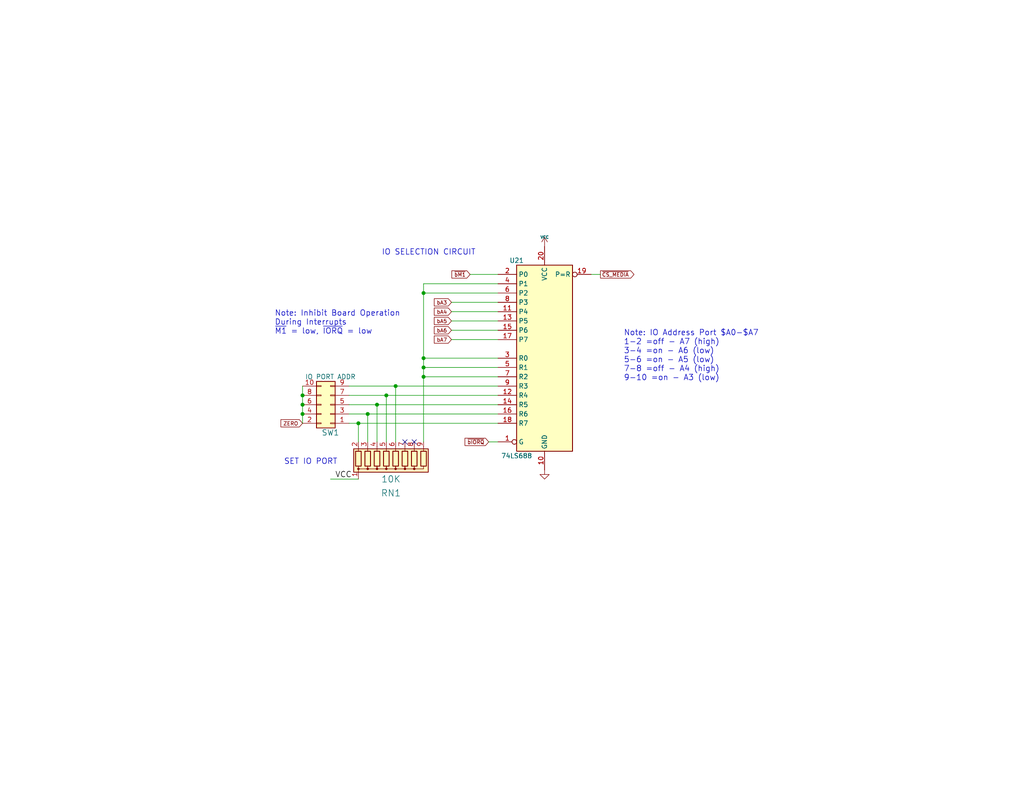
<source format=kicad_sch>
(kicad_sch (version 20211123) (generator eeschema)
  (paper "A")
  (lib_symbols
    (symbol "74xx:74LS688"
      (property "Reference" "U" (at -7.62 26.67 0))
      (property "Value" "74LS688" (at -7.62 -26.67 0))
      (symbol "74LS688_1_0"
        (pin input inverted (at -12.7 -22.86 0) (length 5.08) (name "G") (number "1"))
        (pin power_in line (at 0 -30.48 90) (length 5.08) (name "GND") (number "10"))
        (pin input line (at -12.7 12.7 0) (length 5.08) (name "P4") (number "11"))
        (pin input line (at -12.7 -10.16 0) (length 5.08) (name "R4") (number "12"))
        (pin input line (at -12.7 10.16 0) (length 5.08) (name "P5") (number "13"))
        (pin input line (at -12.7 -12.7 0) (length 5.08) (name "R5") (number "14"))
        (pin input line (at -12.7 7.62 0) (length 5.08) (name "P6") (number "15"))
        (pin input line (at -12.7 -15.24 0) (length 5.08) (name "R6") (number "16"))
        (pin input line (at -12.7 5.08 0) (length 5.08) (name "P7") (number "17"))
        (pin input line (at -12.7 -17.78 0) (length 5.08) (name "R7") (number "18"))
        (pin output inverted (at 12.7 22.86 180) (length 5.08) (name "P=R") (number "19"))
        (pin input line (at -12.7 22.86 0) (length 5.08) (name "P0") (number "2"))
        (pin power_in line (at 0 30.48 270) (length 5.08) (name "VCC") (number "20"))
        (pin input line (at -12.7 0 0) (length 5.08) (name "R0") (number "3"))
        (pin input line (at -12.7 20.32 0) (length 5.08) (name "P1") (number "4"))
        (pin input line (at -12.7 -2.54 0) (length 5.08) (name "R1") (number "5"))
        (pin input line (at -12.7 17.78 0) (length 5.08) (name "P2") (number "6"))
        (pin input line (at -12.7 -5.08 0) (length 5.08) (name "R2") (number "7"))
        (pin input line (at -12.7 15.24 0) (length 5.08) (name "P3") (number "8"))
        (pin input line (at -12.7 -7.62 0) (length 5.08) (name "R3") (number "9"))
      )
      (symbol "74LS688_1_1"
        (rectangle (start -7.62 25.4) (end 7.62 -25.4) (stroke (width 0.254)) (fill (type background)))
      )
    )
    (symbol "Connector_Generic:Conn_02x05_Odd_Even" (pin_names (offset 1.016) hide)
      (property "Reference" "J" (at 1.27 7.62 0))
      (property "Value" "Conn_02x05_Odd_Even" (at 1.27 -7.62 0))
      (symbol "Conn_02x05_Odd_Even_1_1"
        (rectangle (start -1.27 -4.953) (end 0 -5.207) (stroke (width 0.1524)))
        (rectangle (start -1.27 -2.413) (end 0 -2.667) (stroke (width 0.1524)))
        (rectangle (start -1.27 0.127) (end 0 -0.127) (stroke (width 0.1524)))
        (rectangle (start -1.27 2.667) (end 0 2.413) (stroke (width 0.1524)))
        (rectangle (start -1.27 5.207) (end 0 4.953) (stroke (width 0.1524)))
        (rectangle (start -1.27 6.35) (end 3.81 -6.35) (stroke (width 0.254)) (fill (type background)))
        (rectangle (start 3.81 -4.953) (end 2.54 -5.207) (stroke (width 0.1524)))
        (rectangle (start 3.81 -2.413) (end 2.54 -2.667) (stroke (width 0.1524)))
        (rectangle (start 3.81 0.127) (end 2.54 -0.127) (stroke (width 0.1524)))
        (rectangle (start 3.81 2.667) (end 2.54 2.413) (stroke (width 0.1524)))
        (rectangle (start 3.81 5.207) (end 2.54 4.953) (stroke (width 0.1524)))
        (pin passive line (at -5.08 5.08 0) (length 3.81) (name "Pin_1") (number "1"))
        (pin passive line (at 7.62 -5.08 180) (length 3.81) (name "Pin_10") (number "10"))
        (pin passive line (at 7.62 5.08 180) (length 3.81) (name "Pin_2") (number "2"))
        (pin passive line (at -5.08 2.54 0) (length 3.81) (name "Pin_3") (number "3"))
        (pin passive line (at 7.62 2.54 180) (length 3.81) (name "Pin_4") (number "4"))
        (pin passive line (at -5.08 0 0) (length 3.81) (name "Pin_5") (number "5"))
        (pin passive line (at 7.62 0 180) (length 3.81) (name "Pin_6") (number "6"))
        (pin passive line (at -5.08 -2.54 0) (length 3.81) (name "Pin_7") (number "7"))
        (pin passive line (at 7.62 -2.54 180) (length 3.81) (name "Pin_8") (number "8"))
        (pin passive line (at -5.08 -5.08 0) (length 3.81) (name "Pin_9") (number "9"))
      )
    )
    (symbol "Device:R_Network08" (pin_names (offset 0) hide)
      (property "Reference" "RN" (at -12.7 0 90))
      (property "Value" "R_Network08" (at 10.16 0 90))
      (symbol "R_Network08_0_1"
        (rectangle (start -11.43 -3.175) (end 8.89 3.175) (stroke (width 0.254)) (fill (type background)))
        (rectangle (start -10.922 1.524) (end -9.398 -2.54) (stroke (width 0.254)))
        (circle (center -10.16 2.286) (radius 0.254) (fill (type outline)))
        (rectangle (start -8.382 1.524) (end -6.858 -2.54) (stroke (width 0.254)))
        (circle (center -7.62 2.286) (radius 0.254) (fill (type outline)))
        (rectangle (start -5.842 1.524) (end -4.318 -2.54) (stroke (width 0.254)))
        (circle (center -5.08 2.286) (radius 0.254) (fill (type outline)))
        (rectangle (start -3.302 1.524) (end -1.778 -2.54) (stroke (width 0.254)))
        (circle (center -2.54 2.286) (radius 0.254) (fill (type outline)))
        (rectangle (start -0.762 1.524) (end 0.762 -2.54) (stroke (width 0.254)))
        (polyline (pts (xy -10.16 -2.54) (xy -10.16 -3.81)))
        (polyline (pts (xy -7.62 -2.54) (xy -7.62 -3.81)))
        (polyline (pts (xy -5.08 -2.54) (xy -5.08 -3.81)))
        (polyline (pts (xy -2.54 -2.54) (xy -2.54 -3.81)))
        (polyline (pts (xy 0 -2.54) (xy 0 -3.81)))
        (polyline (pts (xy 2.54 -2.54) (xy 2.54 -3.81)))
        (polyline (pts (xy 5.08 -2.54) (xy 5.08 -3.81)))
        (polyline (pts (xy 7.62 -2.54) (xy 7.62 -3.81)))
        (polyline (pts (xy -10.16 1.524) (xy -10.16 2.286) (xy -7.62 2.286) (xy -7.62 1.524)))
        (polyline (pts (xy -7.62 1.524) (xy -7.62 2.286) (xy -5.08 2.286) (xy -5.08 1.524)))
        (polyline (pts (xy -5.08 1.524) (xy -5.08 2.286) (xy -2.54 2.286) (xy -2.54 1.524)))
        (polyline (pts (xy -2.54 1.524) (xy -2.54 2.286) (xy 0 2.286) (xy 0 1.524)))
        (polyline (pts (xy 0 1.524) (xy 0 2.286) (xy 2.54 2.286) (xy 2.54 1.524)))
        (polyline (pts (xy 2.54 1.524) (xy 2.54 2.286) (xy 5.08 2.286) (xy 5.08 1.524)))
        (polyline (pts (xy 5.08 1.524) (xy 5.08 2.286) (xy 7.62 2.286) (xy 7.62 1.524)))
        (circle (center 0 2.286) (radius 0.254) (fill (type outline)))
        (rectangle (start 1.778 1.524) (end 3.302 -2.54) (stroke (width 0.254)))
        (circle (center 2.54 2.286) (radius 0.254) (fill (type outline)))
        (rectangle (start 4.318 1.524) (end 5.842 -2.54) (stroke (width 0.254)))
        (circle (center 5.08 2.286) (radius 0.254) (fill (type outline)))
        (rectangle (start 6.858 1.524) (end 8.382 -2.54) (stroke (width 0.254)))
      )
      (symbol "R_Network08_1_1"
        (pin passive line (at -10.16 5.08 270) (length 2.54) (name "common") (number "1"))
        (pin passive line (at -10.16 -5.08 90) (length 1.27) (name "R1") (number "2"))
        (pin passive line (at -7.62 -5.08 90) (length 1.27) (name "R2") (number "3"))
        (pin passive line (at -5.08 -5.08 90) (length 1.27) (name "R3") (number "4"))
        (pin passive line (at -2.54 -5.08 90) (length 1.27) (name "R4") (number "5"))
        (pin passive line (at 0 -5.08 90) (length 1.27) (name "R5") (number "6"))
        (pin passive line (at 2.54 -5.08 90) (length 1.27) (name "R6") (number "7"))
        (pin passive line (at 5.08 -5.08 90) (length 1.27) (name "R7") (number "8"))
        (pin passive line (at 7.62 -5.08 90) (length 1.27) (name "R8") (number "9"))
      )
    )
    (symbol "power:GND" (power) (pin_names (offset 0))
      (property "Value" "GND" (at 0 -3.81 0))
      (symbol "GND_0_1"
        (polyline (pts (xy 0 0) (xy 0 -1.27) (xy 1.27 -1.27) (xy 0 -2.54) (xy -1.27 -1.27) (xy 0 -1.27)))
      )
      (symbol "GND_1_1"
        (pin power_in line (at 0 0 270) (length 0) hide (name "GND") (number "1"))
      )
    )
    (symbol "power:VCC" (power) (pin_names (offset 0))
      (property "Value" "VCC" (at 0 3.81 0))
      (symbol "VCC_0_1"
        (polyline (pts (xy -0.762 1.27) (xy 0 2.54)))
        (polyline (pts (xy 0 0) (xy 0 2.54)))
        (polyline (pts (xy 0 2.54) (xy 0.762 1.27)))
      )
      (symbol "VCC_1_1"
        (pin power_in line (at 0 0 90) (length 0) hide (name "VCC") (number "1"))
      )
    )
  )
  (junction (at 82.55 107.95))
  (junction (at 82.55 113.03))
  (junction (at 115.57 100.33))
  (junction (at 100.33 113.03))
  (junction (at 107.95 105.41))
  (junction (at 115.57 97.79))
  (junction (at 102.87 110.49))
  (junction (at 97.79 115.57))
  (junction (at 82.55 110.49))
  (junction (at 115.57 102.87))
  (junction (at 115.57 80.01))
  (junction (at 105.41 107.95))
  (no_connect (at 110.49 120.65))
  (no_connect (at 113.03 120.65))
  (wire (pts (xy 82.55 105.41) (xy 82.55 107.95)))
  (wire (pts (xy 128.27 74.93) (xy 135.89 74.93)))
  (wire (pts (xy 115.57 102.87) (xy 115.57 120.65)))
  (wire (pts (xy 82.55 107.95) (xy 82.55 110.49)))
  (wire (pts (xy 102.87 110.49) (xy 135.89 110.49)))
  (wire (pts (xy 95.25 113.03) (xy 100.33 113.03)))
  (wire (pts (xy 97.79 120.65) (xy 97.79 115.57)))
  (wire (pts (xy 100.33 113.03) (xy 135.89 113.03)))
  (wire (pts (xy 107.95 105.41) (xy 135.89 105.41)))
  (wire (pts (xy 135.89 77.47) (xy 115.57 77.47)))
  (wire (pts (xy 82.55 113.03) (xy 82.55 115.57)))
  (wire (pts (xy 105.41 120.65) (xy 105.41 107.95)))
  (wire (pts (xy 115.57 102.87) (xy 135.89 102.87)))
  (wire (pts (xy 107.95 105.41) (xy 107.95 120.65)))
  (wire (pts (xy 115.57 97.79) (xy 135.89 97.79)))
  (wire (pts (xy 97.79 115.57) (xy 135.89 115.57)))
  (wire (pts (xy 123.19 90.17) (xy 135.89 90.17)))
  (wire (pts (xy 90.17 130.81) (xy 97.79 130.81)))
  (wire (pts (xy 115.57 80.01) (xy 115.57 97.79)))
  (wire (pts (xy 95.25 107.95) (xy 105.41 107.95)))
  (wire (pts (xy 115.57 102.87) (xy 115.57 100.33)))
  (wire (pts (xy 82.55 110.49) (xy 82.55 113.03)))
  (wire (pts (xy 95.25 110.49) (xy 102.87 110.49)))
  (wire (pts (xy 115.57 77.47) (xy 115.57 80.01)))
  (wire (pts (xy 102.87 120.65) (xy 102.87 110.49)))
  (wire (pts (xy 115.57 100.33) (xy 115.57 97.79)))
  (wire (pts (xy 123.19 82.55) (xy 135.89 82.55)))
  (wire (pts (xy 123.19 85.09) (xy 135.89 85.09)))
  (wire (pts (xy 95.25 105.41) (xy 107.95 105.41)))
  (wire (pts (xy 115.57 80.01) (xy 135.89 80.01)))
  (wire (pts (xy 123.19 87.63) (xy 135.89 87.63)))
  (wire (pts (xy 123.19 92.71) (xy 135.89 92.71)))
  (wire (pts (xy 100.33 120.65) (xy 100.33 113.03)))
  (wire (pts (xy 115.57 100.33) (xy 135.89 100.33)))
  (wire (pts (xy 161.29 74.93) (xy 163.83 74.93)))
  (wire (pts (xy 105.41 107.95) (xy 135.89 107.95)))
  (wire (pts (xy 135.89 120.65) (xy 133.35 120.65)))
  (wire (pts (xy 95.25 115.57) (xy 97.79 115.57)))
  (text "SET IO PORT" (at 77.47 127 0) (effects (font (size 1.524 1.524)) (justify left bottom)))
  (text "Note: IO Address Port $A0-$A7\n1-2 =off - A7 (high)\n3-4 =on - A6 (low)\n5-6 =on - A5 (low)\n7-8 =off - A4 (high)\n9-10 =on - A3 (low)" (at 170.18 104.14 0) (effects (font (size 1.524 1.524)) (justify left bottom)))
  (text "IO SELECTION CIRCUIT" (at 104.14 69.85 0) (effects (font (size 1.524 1.524)) (justify left bottom)))
  (text "Note: Inhibit Board Operation\nDuring Interrupts\n~{M1} = low, ~{IORQ} = low" (at 74.93 91.44 0) (effects (font (size 1.524 1.524)) (justify left bottom)))
  (label "VCC" (at 91.44 130.81 0) (effects (font (size 1.524 1.524))))
  (global_label "~{CS_MEDIA}" (shape output) (at 163.83 74.93 0) (effects (font (size 1.016 1.016))) (property "Intersheet References" "${INTERSHEET_REFS}" (effects hide)))
  (global_label "bA4" (shape input) (at 123.19 85.09 180) (effects (font (size 1.016 1.016))) (property "Intersheet References" "${INTERSHEET_REFS}" (effects hide)))
  (global_label "bA6" (shape input) (at 123.19 90.17 180) (effects (font (size 1.016 1.016))) (property "Intersheet References" "${INTERSHEET_REFS}" (effects hide)))
  (global_label "~{bIORQ}" (shape input) (at 133.35 120.65 180) (effects (font (size 1.016 1.016))) (property "Intersheet References" "${INTERSHEET_REFS}" (effects hide)))
  (global_label "ZERO" (shape input) (at 82.55 115.57 180) (effects (font (size 1.016 1.016))) (property "Intersheet References" "${INTERSHEET_REFS}" (effects hide)))
  (global_label "bA5" (shape input) (at 123.19 87.63 180) (effects (font (size 1.016 1.016))) (property "Intersheet References" "${INTERSHEET_REFS}" (effects hide)))
  (global_label "bA3" (shape input) (at 123.19 82.55 180) (effects (font (size 1.016 1.016))) (property "Intersheet References" "${INTERSHEET_REFS}" (effects hide)))
  (global_label "bA7" (shape input) (at 123.19 92.71 180) (effects (font (size 1.016 1.016))) (property "Intersheet References" "${INTERSHEET_REFS}" (effects hide)))
  (global_label "~{bM1}" (shape input) (at 128.27 74.93 180) (effects (font (size 1.016 1.016))) (property "Intersheet References" "${INTERSHEET_REFS}" (effects hide)))
  (symbol (lib_id "Connector_Generic:Conn_02x05_Odd_Even") (at 90.17 110.49 180) (unit 1)
    (property "Reference" "SW1" (at 90.17 118.11 0) (effects (font (size 1.524 1.524))))
    (property "Value" "IO PORT ADDR" (at 90.17 102.87 0))
    (property "Footprint" "Connector_PinHeader_2.54mm:PinHeader_2x05_P2.54mm_Vertical" (effects hide))
  )
  (symbol (lib_id "power:VCC") (at 148.59 67.31 0) (unit 1)
    (property "Reference" "#PWR059" (effects hide))
    (property "Value" "VCC" (at 148.59 64.77 0) (effects (font (size 0.762 0.762))))
  )
  (symbol (lib_id "74xx:74LS688") (at 148.59 97.79 0) (unit 1)
    (property "Reference" "U21" (at 140.97 71.12 0))
    (property "Value" "74LS688" (at 140.97 124.46 0))
    (property "Footprint" "Package_DIP:DIP-20_W7.62mm" (effects hide))
    (property "Datasheet" "http://www.ti.com/lit/gpn/sn74LS688" (effects hide))
  )
  (symbol (lib_id "Device:R_Network08") (at 107.95 125.73 0) (mirror x) (unit 1)
    (property "Reference" "RN1" (at 106.68 134.62 0) (effects (font (size 1.778 1.778))))
    (property "Value" "10K" (at 106.68 130.81 0) (effects (font (size 1.778 1.778))))
    (property "Footprint" "Resistor_THT:R_Array_SIP9" (effects hide))
    (property "Datasheet" "http://www.vishay.com/docs/31509/csc.pdf" (effects hide))
  )
  (symbol (lib_id "power:GND") (at 148.59 128.27 0) (unit 1)
    (property "Reference" "#PWR060" (effects hide))
    (property "Value" "GND" (effects hide))
  )
)
</source>
